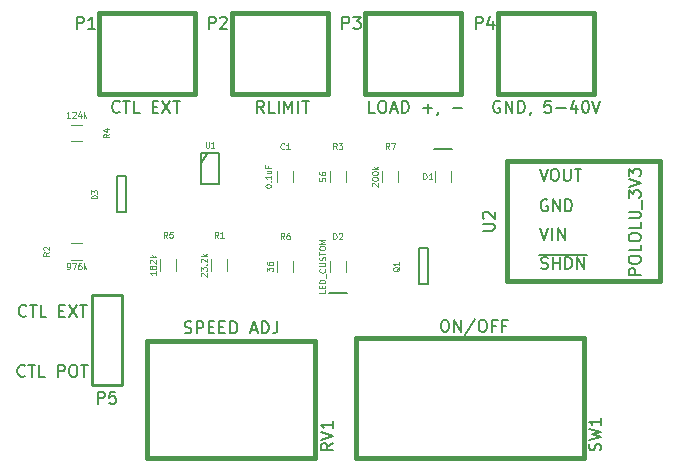
<source format=gto>
G04 #@! TF.FileFunction,Legend,Top*
%FSLAX46Y46*%
G04 Gerber Fmt 4.6, Leading zero omitted, Abs format (unit mm)*
G04 Created by KiCad (PCBNEW 4.0.7-e2-6376~58~ubuntu16.04.1) date Fri Aug 31 10:50:21 2018*
%MOMM*%
%LPD*%
G01*
G04 APERTURE LIST*
%ADD10C,0.150000*%
%ADD11C,0.203200*%
%ADD12C,0.381000*%
%ADD13C,0.127000*%
%ADD14C,0.120000*%
%ADD15C,0.254000*%
%ADD16C,0.114300*%
%ADD17C,0.101600*%
G04 APERTURE END LIST*
D10*
D11*
X34755667Y-33890857D02*
X34707286Y-33939238D01*
X34562143Y-33987619D01*
X34465381Y-33987619D01*
X34320239Y-33939238D01*
X34223477Y-33842476D01*
X34175096Y-33745714D01*
X34126715Y-33552190D01*
X34126715Y-33407048D01*
X34175096Y-33213524D01*
X34223477Y-33116762D01*
X34320239Y-33020000D01*
X34465381Y-32971619D01*
X34562143Y-32971619D01*
X34707286Y-33020000D01*
X34755667Y-33068381D01*
X35045953Y-32971619D02*
X35626524Y-32971619D01*
X35336239Y-33987619D02*
X35336239Y-32971619D01*
X36449000Y-33987619D02*
X35965191Y-33987619D01*
X35965191Y-32971619D01*
X37561762Y-33455429D02*
X37900428Y-33455429D01*
X38045571Y-33987619D02*
X37561762Y-33987619D01*
X37561762Y-32971619D01*
X38045571Y-32971619D01*
X38384238Y-32971619D02*
X39061571Y-33987619D01*
X39061571Y-32971619D02*
X38384238Y-33987619D01*
X39303476Y-32971619D02*
X39884047Y-32971619D01*
X39593762Y-33987619D02*
X39593762Y-32971619D01*
X26857476Y-51162857D02*
X26809095Y-51211238D01*
X26663952Y-51259619D01*
X26567190Y-51259619D01*
X26422048Y-51211238D01*
X26325286Y-51114476D01*
X26276905Y-51017714D01*
X26228524Y-50824190D01*
X26228524Y-50679048D01*
X26276905Y-50485524D01*
X26325286Y-50388762D01*
X26422048Y-50292000D01*
X26567190Y-50243619D01*
X26663952Y-50243619D01*
X26809095Y-50292000D01*
X26857476Y-50340381D01*
X27147762Y-50243619D02*
X27728333Y-50243619D01*
X27438048Y-51259619D02*
X27438048Y-50243619D01*
X28550809Y-51259619D02*
X28067000Y-51259619D01*
X28067000Y-50243619D01*
X29663571Y-50727429D02*
X30002237Y-50727429D01*
X30147380Y-51259619D02*
X29663571Y-51259619D01*
X29663571Y-50243619D01*
X30147380Y-50243619D01*
X30486047Y-50243619D02*
X31163380Y-51259619D01*
X31163380Y-50243619D02*
X30486047Y-51259619D01*
X31405285Y-50243619D02*
X31985856Y-50243619D01*
X31695571Y-51259619D02*
X31695571Y-50243619D01*
X26730476Y-56242857D02*
X26682095Y-56291238D01*
X26536952Y-56339619D01*
X26440190Y-56339619D01*
X26295048Y-56291238D01*
X26198286Y-56194476D01*
X26149905Y-56097714D01*
X26101524Y-55904190D01*
X26101524Y-55759048D01*
X26149905Y-55565524D01*
X26198286Y-55468762D01*
X26295048Y-55372000D01*
X26440190Y-55323619D01*
X26536952Y-55323619D01*
X26682095Y-55372000D01*
X26730476Y-55420381D01*
X27020762Y-55323619D02*
X27601333Y-55323619D01*
X27311048Y-56339619D02*
X27311048Y-55323619D01*
X28423809Y-56339619D02*
X27940000Y-56339619D01*
X27940000Y-55323619D01*
X29536571Y-56339619D02*
X29536571Y-55323619D01*
X29923618Y-55323619D01*
X30020380Y-55372000D01*
X30068761Y-55420381D01*
X30117142Y-55517143D01*
X30117142Y-55662286D01*
X30068761Y-55759048D01*
X30020380Y-55807429D01*
X29923618Y-55855810D01*
X29536571Y-55855810D01*
X30746095Y-55323619D02*
X30939618Y-55323619D01*
X31036380Y-55372000D01*
X31133142Y-55468762D01*
X31181523Y-55662286D01*
X31181523Y-56000952D01*
X31133142Y-56194476D01*
X31036380Y-56291238D01*
X30939618Y-56339619D01*
X30746095Y-56339619D01*
X30649333Y-56291238D01*
X30552571Y-56194476D01*
X30504190Y-56000952D01*
X30504190Y-55662286D01*
X30552571Y-55468762D01*
X30649333Y-55372000D01*
X30746095Y-55323619D01*
X31471809Y-55323619D02*
X32052380Y-55323619D01*
X31762095Y-56339619D02*
X31762095Y-55323619D01*
X46965809Y-33987619D02*
X46627143Y-33503810D01*
X46385238Y-33987619D02*
X46385238Y-32971619D01*
X46772285Y-32971619D01*
X46869047Y-33020000D01*
X46917428Y-33068381D01*
X46965809Y-33165143D01*
X46965809Y-33310286D01*
X46917428Y-33407048D01*
X46869047Y-33455429D01*
X46772285Y-33503810D01*
X46385238Y-33503810D01*
X47885047Y-33987619D02*
X47401238Y-33987619D01*
X47401238Y-32971619D01*
X48223714Y-33987619D02*
X48223714Y-32971619D01*
X48707524Y-33987619D02*
X48707524Y-32971619D01*
X49046190Y-33697333D01*
X49384857Y-32971619D01*
X49384857Y-33987619D01*
X49868667Y-33987619D02*
X49868667Y-32971619D01*
X50207334Y-32971619D02*
X50787905Y-32971619D01*
X50497620Y-33987619D02*
X50497620Y-32971619D01*
X62205810Y-51513619D02*
X62399333Y-51513619D01*
X62496095Y-51562000D01*
X62592857Y-51658762D01*
X62641238Y-51852286D01*
X62641238Y-52190952D01*
X62592857Y-52384476D01*
X62496095Y-52481238D01*
X62399333Y-52529619D01*
X62205810Y-52529619D01*
X62109048Y-52481238D01*
X62012286Y-52384476D01*
X61963905Y-52190952D01*
X61963905Y-51852286D01*
X62012286Y-51658762D01*
X62109048Y-51562000D01*
X62205810Y-51513619D01*
X63076667Y-52529619D02*
X63076667Y-51513619D01*
X63657238Y-52529619D01*
X63657238Y-51513619D01*
X64866762Y-51465238D02*
X63995905Y-52771524D01*
X65398953Y-51513619D02*
X65592476Y-51513619D01*
X65689238Y-51562000D01*
X65786000Y-51658762D01*
X65834381Y-51852286D01*
X65834381Y-52190952D01*
X65786000Y-52384476D01*
X65689238Y-52481238D01*
X65592476Y-52529619D01*
X65398953Y-52529619D01*
X65302191Y-52481238D01*
X65205429Y-52384476D01*
X65157048Y-52190952D01*
X65157048Y-51852286D01*
X65205429Y-51658762D01*
X65302191Y-51562000D01*
X65398953Y-51513619D01*
X66608476Y-51997429D02*
X66269810Y-51997429D01*
X66269810Y-52529619D02*
X66269810Y-51513619D01*
X66753619Y-51513619D01*
X67479333Y-51997429D02*
X67140667Y-51997429D01*
X67140667Y-52529619D02*
X67140667Y-51513619D01*
X67624476Y-51513619D01*
X40252953Y-52608238D02*
X40398096Y-52656619D01*
X40640000Y-52656619D01*
X40736762Y-52608238D01*
X40785143Y-52559857D01*
X40833524Y-52463095D01*
X40833524Y-52366333D01*
X40785143Y-52269571D01*
X40736762Y-52221190D01*
X40640000Y-52172810D01*
X40446477Y-52124429D01*
X40349715Y-52076048D01*
X40301334Y-52027667D01*
X40252953Y-51930905D01*
X40252953Y-51834143D01*
X40301334Y-51737381D01*
X40349715Y-51689000D01*
X40446477Y-51640619D01*
X40688381Y-51640619D01*
X40833524Y-51689000D01*
X41268953Y-52656619D02*
X41268953Y-51640619D01*
X41656000Y-51640619D01*
X41752762Y-51689000D01*
X41801143Y-51737381D01*
X41849524Y-51834143D01*
X41849524Y-51979286D01*
X41801143Y-52076048D01*
X41752762Y-52124429D01*
X41656000Y-52172810D01*
X41268953Y-52172810D01*
X42284953Y-52124429D02*
X42623619Y-52124429D01*
X42768762Y-52656619D02*
X42284953Y-52656619D01*
X42284953Y-51640619D01*
X42768762Y-51640619D01*
X43204191Y-52124429D02*
X43542857Y-52124429D01*
X43688000Y-52656619D02*
X43204191Y-52656619D01*
X43204191Y-51640619D01*
X43688000Y-51640619D01*
X44123429Y-52656619D02*
X44123429Y-51640619D01*
X44365334Y-51640619D01*
X44510476Y-51689000D01*
X44607238Y-51785762D01*
X44655619Y-51882524D01*
X44704000Y-52076048D01*
X44704000Y-52221190D01*
X44655619Y-52414714D01*
X44607238Y-52511476D01*
X44510476Y-52608238D01*
X44365334Y-52656619D01*
X44123429Y-52656619D01*
X45865143Y-52366333D02*
X46348952Y-52366333D01*
X45768381Y-52656619D02*
X46107048Y-51640619D01*
X46445714Y-52656619D01*
X46784381Y-52656619D02*
X46784381Y-51640619D01*
X47026286Y-51640619D01*
X47171428Y-51689000D01*
X47268190Y-51785762D01*
X47316571Y-51882524D01*
X47364952Y-52076048D01*
X47364952Y-52221190D01*
X47316571Y-52414714D01*
X47268190Y-52511476D01*
X47171428Y-52608238D01*
X47026286Y-52656619D01*
X46784381Y-52656619D01*
X48090666Y-51640619D02*
X48090666Y-52366333D01*
X48042286Y-52511476D01*
X47945524Y-52608238D01*
X47800381Y-52656619D01*
X47703619Y-52656619D01*
X56381952Y-33987619D02*
X55898143Y-33987619D01*
X55898143Y-32971619D01*
X56914143Y-32971619D02*
X57107666Y-32971619D01*
X57204428Y-33020000D01*
X57301190Y-33116762D01*
X57349571Y-33310286D01*
X57349571Y-33648952D01*
X57301190Y-33842476D01*
X57204428Y-33939238D01*
X57107666Y-33987619D01*
X56914143Y-33987619D01*
X56817381Y-33939238D01*
X56720619Y-33842476D01*
X56672238Y-33648952D01*
X56672238Y-33310286D01*
X56720619Y-33116762D01*
X56817381Y-33020000D01*
X56914143Y-32971619D01*
X57736619Y-33697333D02*
X58220428Y-33697333D01*
X57639857Y-33987619D02*
X57978524Y-32971619D01*
X58317190Y-33987619D01*
X58655857Y-33987619D02*
X58655857Y-32971619D01*
X58897762Y-32971619D01*
X59042904Y-33020000D01*
X59139666Y-33116762D01*
X59188047Y-33213524D01*
X59236428Y-33407048D01*
X59236428Y-33552190D01*
X59188047Y-33745714D01*
X59139666Y-33842476D01*
X59042904Y-33939238D01*
X58897762Y-33987619D01*
X58655857Y-33987619D01*
X60445952Y-33600571D02*
X61220047Y-33600571D01*
X60832999Y-33987619D02*
X60832999Y-33213524D01*
X61752238Y-33939238D02*
X61752238Y-33987619D01*
X61703857Y-34084381D01*
X61655476Y-34132762D01*
X62961762Y-33600571D02*
X63735857Y-33600571D01*
X66947143Y-33020000D02*
X66850381Y-32971619D01*
X66705238Y-32971619D01*
X66560096Y-33020000D01*
X66463334Y-33116762D01*
X66414953Y-33213524D01*
X66366572Y-33407048D01*
X66366572Y-33552190D01*
X66414953Y-33745714D01*
X66463334Y-33842476D01*
X66560096Y-33939238D01*
X66705238Y-33987619D01*
X66802000Y-33987619D01*
X66947143Y-33939238D01*
X66995524Y-33890857D01*
X66995524Y-33552190D01*
X66802000Y-33552190D01*
X67430953Y-33987619D02*
X67430953Y-32971619D01*
X68011524Y-33987619D01*
X68011524Y-32971619D01*
X68495334Y-33987619D02*
X68495334Y-32971619D01*
X68737239Y-32971619D01*
X68882381Y-33020000D01*
X68979143Y-33116762D01*
X69027524Y-33213524D01*
X69075905Y-33407048D01*
X69075905Y-33552190D01*
X69027524Y-33745714D01*
X68979143Y-33842476D01*
X68882381Y-33939238D01*
X68737239Y-33987619D01*
X68495334Y-33987619D01*
X69559715Y-33939238D02*
X69559715Y-33987619D01*
X69511334Y-34084381D01*
X69462953Y-34132762D01*
X71253048Y-32971619D02*
X70769239Y-32971619D01*
X70720858Y-33455429D01*
X70769239Y-33407048D01*
X70866001Y-33358667D01*
X71107905Y-33358667D01*
X71204667Y-33407048D01*
X71253048Y-33455429D01*
X71301429Y-33552190D01*
X71301429Y-33794095D01*
X71253048Y-33890857D01*
X71204667Y-33939238D01*
X71107905Y-33987619D01*
X70866001Y-33987619D01*
X70769239Y-33939238D01*
X70720858Y-33890857D01*
X71736858Y-33600571D02*
X72510953Y-33600571D01*
X73430191Y-33310286D02*
X73430191Y-33987619D01*
X73188287Y-32923238D02*
X72946382Y-33648952D01*
X73575334Y-33648952D01*
X74155906Y-32971619D02*
X74252667Y-32971619D01*
X74349429Y-33020000D01*
X74397810Y-33068381D01*
X74446191Y-33165143D01*
X74494572Y-33358667D01*
X74494572Y-33600571D01*
X74446191Y-33794095D01*
X74397810Y-33890857D01*
X74349429Y-33939238D01*
X74252667Y-33987619D01*
X74155906Y-33987619D01*
X74059144Y-33939238D01*
X74010763Y-33890857D01*
X73962382Y-33794095D01*
X73914001Y-33600571D01*
X73914001Y-33358667D01*
X73962382Y-33165143D01*
X74010763Y-33068381D01*
X74059144Y-33020000D01*
X74155906Y-32971619D01*
X74784858Y-32971619D02*
X75123525Y-33987619D01*
X75462191Y-32971619D01*
D12*
X37084000Y-53340000D02*
X37084000Y-63246000D01*
X37084000Y-63246000D02*
X51308000Y-63246000D01*
X37846000Y-53340000D02*
X37084000Y-53340000D01*
X51308000Y-53340000D02*
X51308000Y-63246000D01*
X50546000Y-53340000D02*
X51308000Y-53340000D01*
X50546000Y-53340000D02*
X37846000Y-53340000D01*
X49276000Y-63246000D02*
X39116000Y-63246000D01*
D13*
X60071000Y-48514000D02*
X60071000Y-45466000D01*
X60071000Y-45466000D02*
X60833000Y-45466000D01*
X60833000Y-45466000D02*
X60833000Y-48514000D01*
X60833000Y-48514000D02*
X60071000Y-48514000D01*
D12*
X54737000Y-53086000D02*
X74041000Y-53086000D01*
X74041000Y-53086000D02*
X74041000Y-63246000D01*
X74041000Y-63246000D02*
X54737000Y-63246000D01*
X54737000Y-63246000D02*
X54737000Y-53086000D01*
D13*
X41656000Y-38227000D02*
X42164000Y-37465000D01*
X41656000Y-40005000D02*
X41656000Y-37401500D01*
X41656000Y-37401500D02*
X43180000Y-37401500D01*
X43180000Y-37401500D02*
X43180000Y-40005000D01*
X43180000Y-40005000D02*
X41656000Y-40005000D01*
D12*
X67564000Y-48260000D02*
X80518000Y-48260000D01*
X67564000Y-38049200D02*
X80518000Y-38100000D01*
X67564000Y-48260000D02*
X67564000Y-38100000D01*
X80518000Y-48260000D02*
X80518000Y-38100000D01*
D14*
X30615000Y-35007000D02*
X31615000Y-35007000D01*
X31615000Y-36367000D02*
X30615000Y-36367000D01*
X31615000Y-46400000D02*
X30615000Y-46400000D01*
X30615000Y-45040000D02*
X31615000Y-45040000D01*
X39542000Y-46363000D02*
X39542000Y-47363000D01*
X38182000Y-47363000D02*
X38182000Y-46363000D01*
X42500000Y-47363000D02*
X42500000Y-46363000D01*
X43860000Y-46363000D02*
X43860000Y-47363000D01*
X48088000Y-39870000D02*
X48088000Y-38870000D01*
X49448000Y-38870000D02*
X49448000Y-39870000D01*
X49448000Y-46490000D02*
X49448000Y-47490000D01*
X48088000Y-47490000D02*
X48088000Y-46490000D01*
X53893000Y-38870000D02*
X53893000Y-39870000D01*
X52533000Y-39870000D02*
X52533000Y-38870000D01*
X56978000Y-39870000D02*
X56978000Y-38870000D01*
X58338000Y-38870000D02*
X58338000Y-39870000D01*
D11*
X53975000Y-49276000D02*
X52451000Y-49276000D01*
D14*
X52533000Y-47490000D02*
X52533000Y-46490000D01*
X53893000Y-46490000D02*
X53893000Y-47490000D01*
D11*
X61341000Y-37084000D02*
X62865000Y-37084000D01*
D14*
X62783000Y-38870000D02*
X62783000Y-39870000D01*
X61423000Y-39870000D02*
X61423000Y-38870000D01*
D13*
X34544000Y-42418000D02*
X34544000Y-39370000D01*
X34544000Y-39370000D02*
X35306000Y-39370000D01*
X35306000Y-39370000D02*
X35306000Y-42418000D01*
X35306000Y-42418000D02*
X34544000Y-42418000D01*
D15*
X32385000Y-49403000D02*
X32385000Y-57023000D01*
X32385000Y-57023000D02*
X34925000Y-57023000D01*
X34925000Y-57023000D02*
X34925000Y-49403000D01*
X34925000Y-49403000D02*
X32385000Y-49403000D01*
D12*
X33020000Y-25527000D02*
X33020000Y-32385000D01*
X33020000Y-32385000D02*
X41148000Y-32385000D01*
X41148000Y-32385000D02*
X41148000Y-25527000D01*
X41148000Y-25527000D02*
X33020000Y-25527000D01*
X44280700Y-25527000D02*
X44280700Y-32385000D01*
X44280700Y-32385000D02*
X52408700Y-32385000D01*
X52408700Y-32385000D02*
X52408700Y-25527000D01*
X52408700Y-25527000D02*
X44280700Y-25527000D01*
X55541300Y-25527000D02*
X55541300Y-32385000D01*
X55541300Y-32385000D02*
X63669300Y-32385000D01*
X63669300Y-32385000D02*
X63669300Y-25527000D01*
X63669300Y-25527000D02*
X55541300Y-25527000D01*
X66802000Y-25527000D02*
X66802000Y-32385000D01*
X66802000Y-32385000D02*
X74930000Y-32385000D01*
X74930000Y-32385000D02*
X74930000Y-25527000D01*
X74930000Y-25527000D02*
X66802000Y-25527000D01*
D11*
X52783619Y-61945762D02*
X52299810Y-62284428D01*
X52783619Y-62526333D02*
X51767619Y-62526333D01*
X51767619Y-62139286D01*
X51816000Y-62042524D01*
X51864381Y-61994143D01*
X51961143Y-61945762D01*
X52106286Y-61945762D01*
X52203048Y-61994143D01*
X52251429Y-62042524D01*
X52299810Y-62139286D01*
X52299810Y-62526333D01*
X51767619Y-61655476D02*
X52783619Y-61316809D01*
X51767619Y-60978143D01*
X52783619Y-60107286D02*
X52783619Y-60687857D01*
X52783619Y-60397571D02*
X51767619Y-60397571D01*
X51912762Y-60494333D01*
X52009524Y-60591095D01*
X52057905Y-60687857D01*
D16*
X58444190Y-47033543D02*
X58420000Y-47077086D01*
X58371619Y-47120629D01*
X58299048Y-47185943D01*
X58274857Y-47229486D01*
X58274857Y-47273029D01*
X58395810Y-47251257D02*
X58371619Y-47294800D01*
X58323238Y-47338343D01*
X58226476Y-47360114D01*
X58057143Y-47360114D01*
X57960381Y-47338343D01*
X57912000Y-47294800D01*
X57887810Y-47251257D01*
X57887810Y-47164171D01*
X57912000Y-47120629D01*
X57960381Y-47077086D01*
X58057143Y-47055314D01*
X58226476Y-47055314D01*
X58323238Y-47077086D01*
X58371619Y-47120629D01*
X58395810Y-47164171D01*
X58395810Y-47251257D01*
X58395810Y-46619886D02*
X58395810Y-46881143D01*
X58395810Y-46750515D02*
X57887810Y-46750515D01*
X57960381Y-46794058D01*
X58008762Y-46837600D01*
X58032952Y-46881143D01*
D11*
X75468238Y-62568666D02*
X75516619Y-62423523D01*
X75516619Y-62181619D01*
X75468238Y-62084857D01*
X75419857Y-62036476D01*
X75323095Y-61988095D01*
X75226333Y-61988095D01*
X75129571Y-62036476D01*
X75081190Y-62084857D01*
X75032810Y-62181619D01*
X74984429Y-62375142D01*
X74936048Y-62471904D01*
X74887667Y-62520285D01*
X74790905Y-62568666D01*
X74694143Y-62568666D01*
X74597381Y-62520285D01*
X74549000Y-62471904D01*
X74500619Y-62375142D01*
X74500619Y-62133238D01*
X74549000Y-61988095D01*
X74500619Y-61649428D02*
X75516619Y-61407523D01*
X74790905Y-61214000D01*
X75516619Y-61020476D01*
X74500619Y-60778571D01*
X75516619Y-59859333D02*
X75516619Y-60439904D01*
X75516619Y-60149618D02*
X74500619Y-60149618D01*
X74645762Y-60246380D01*
X74742524Y-60343142D01*
X74790905Y-60439904D01*
D16*
X42069657Y-36424810D02*
X42069657Y-36836048D01*
X42091429Y-36884429D01*
X42113200Y-36908619D01*
X42156743Y-36932810D01*
X42243829Y-36932810D01*
X42287371Y-36908619D01*
X42309143Y-36884429D01*
X42330914Y-36836048D01*
X42330914Y-36424810D01*
X42788114Y-36932810D02*
X42526857Y-36932810D01*
X42657485Y-36932810D02*
X42657485Y-36424810D01*
X42613942Y-36497381D01*
X42570400Y-36545762D01*
X42526857Y-36569952D01*
D11*
X65483619Y-43954095D02*
X66306095Y-43954095D01*
X66402857Y-43905714D01*
X66451238Y-43857333D01*
X66499619Y-43760571D01*
X66499619Y-43567048D01*
X66451238Y-43470286D01*
X66402857Y-43421905D01*
X66306095Y-43373524D01*
X65483619Y-43373524D01*
X65580381Y-42938095D02*
X65532000Y-42889714D01*
X65483619Y-42792952D01*
X65483619Y-42551048D01*
X65532000Y-42454286D01*
X65580381Y-42405905D01*
X65677143Y-42357524D01*
X65773905Y-42357524D01*
X65919048Y-42405905D01*
X66499619Y-42986476D01*
X66499619Y-42357524D01*
X78869419Y-47706037D02*
X77853419Y-47706037D01*
X77853419Y-47318990D01*
X77901800Y-47222228D01*
X77950181Y-47173847D01*
X78046943Y-47125466D01*
X78192086Y-47125466D01*
X78288848Y-47173847D01*
X78337229Y-47222228D01*
X78385610Y-47318990D01*
X78385610Y-47706037D01*
X77853419Y-46496513D02*
X77853419Y-46302990D01*
X77901800Y-46206228D01*
X77998562Y-46109466D01*
X78192086Y-46061085D01*
X78530752Y-46061085D01*
X78724276Y-46109466D01*
X78821038Y-46206228D01*
X78869419Y-46302990D01*
X78869419Y-46496513D01*
X78821038Y-46593275D01*
X78724276Y-46690037D01*
X78530752Y-46738418D01*
X78192086Y-46738418D01*
X77998562Y-46690037D01*
X77901800Y-46593275D01*
X77853419Y-46496513D01*
X78869419Y-45141847D02*
X78869419Y-45625656D01*
X77853419Y-45625656D01*
X77853419Y-44609656D02*
X77853419Y-44416133D01*
X77901800Y-44319371D01*
X77998562Y-44222609D01*
X78192086Y-44174228D01*
X78530752Y-44174228D01*
X78724276Y-44222609D01*
X78821038Y-44319371D01*
X78869419Y-44416133D01*
X78869419Y-44609656D01*
X78821038Y-44706418D01*
X78724276Y-44803180D01*
X78530752Y-44851561D01*
X78192086Y-44851561D01*
X77998562Y-44803180D01*
X77901800Y-44706418D01*
X77853419Y-44609656D01*
X78869419Y-43254990D02*
X78869419Y-43738799D01*
X77853419Y-43738799D01*
X77853419Y-42916323D02*
X78675895Y-42916323D01*
X78772657Y-42867942D01*
X78821038Y-42819561D01*
X78869419Y-42722799D01*
X78869419Y-42529276D01*
X78821038Y-42432514D01*
X78772657Y-42384133D01*
X78675895Y-42335752D01*
X77853419Y-42335752D01*
X78966181Y-42093847D02*
X78966181Y-41319752D01*
X77853419Y-41174609D02*
X77853419Y-40545657D01*
X78240467Y-40884323D01*
X78240467Y-40739181D01*
X78288848Y-40642419D01*
X78337229Y-40594038D01*
X78433990Y-40545657D01*
X78675895Y-40545657D01*
X78772657Y-40594038D01*
X78821038Y-40642419D01*
X78869419Y-40739181D01*
X78869419Y-41029466D01*
X78821038Y-41126228D01*
X78772657Y-41174609D01*
X77853419Y-40255371D02*
X78869419Y-39916704D01*
X77853419Y-39578038D01*
X77853419Y-39336133D02*
X77853419Y-38707181D01*
X78240467Y-39045847D01*
X78240467Y-38900705D01*
X78288848Y-38803943D01*
X78337229Y-38755562D01*
X78433990Y-38707181D01*
X78675895Y-38707181D01*
X78772657Y-38755562D01*
X78821038Y-38803943D01*
X78869419Y-38900705D01*
X78869419Y-39190990D01*
X78821038Y-39287752D01*
X78772657Y-39336133D01*
D10*
X70323295Y-38720781D02*
X70656628Y-39720781D01*
X70989962Y-38720781D01*
X71513771Y-38720781D02*
X71704248Y-38720781D01*
X71799486Y-38768400D01*
X71894724Y-38863638D01*
X71942343Y-39054114D01*
X71942343Y-39387448D01*
X71894724Y-39577924D01*
X71799486Y-39673162D01*
X71704248Y-39720781D01*
X71513771Y-39720781D01*
X71418533Y-39673162D01*
X71323295Y-39577924D01*
X71275676Y-39387448D01*
X71275676Y-39054114D01*
X71323295Y-38863638D01*
X71418533Y-38768400D01*
X71513771Y-38720781D01*
X72370914Y-38720781D02*
X72370914Y-39530305D01*
X72418533Y-39625543D01*
X72466152Y-39673162D01*
X72561390Y-39720781D01*
X72751867Y-39720781D01*
X72847105Y-39673162D01*
X72894724Y-39625543D01*
X72942343Y-39530305D01*
X72942343Y-38720781D01*
X73275676Y-38720781D02*
X73847105Y-38720781D01*
X73561390Y-39720781D02*
X73561390Y-38720781D01*
X70967696Y-41359200D02*
X70872458Y-41311581D01*
X70729601Y-41311581D01*
X70586743Y-41359200D01*
X70491505Y-41454438D01*
X70443886Y-41549676D01*
X70396267Y-41740152D01*
X70396267Y-41883010D01*
X70443886Y-42073486D01*
X70491505Y-42168724D01*
X70586743Y-42263962D01*
X70729601Y-42311581D01*
X70824839Y-42311581D01*
X70967696Y-42263962D01*
X71015315Y-42216343D01*
X71015315Y-41883010D01*
X70824839Y-41883010D01*
X71443886Y-42311581D02*
X71443886Y-41311581D01*
X72015315Y-42311581D01*
X72015315Y-41311581D01*
X72491505Y-42311581D02*
X72491505Y-41311581D01*
X72729600Y-41311581D01*
X72872458Y-41359200D01*
X72967696Y-41454438D01*
X73015315Y-41549676D01*
X73062934Y-41740152D01*
X73062934Y-41883010D01*
X73015315Y-42073486D01*
X72967696Y-42168724D01*
X72872458Y-42263962D01*
X72729600Y-42311581D01*
X72491505Y-42311581D01*
X70380362Y-43749981D02*
X70713695Y-44749981D01*
X71047029Y-43749981D01*
X71380362Y-44749981D02*
X71380362Y-43749981D01*
X71856552Y-44749981D02*
X71856552Y-43749981D01*
X72427981Y-44749981D01*
X72427981Y-43749981D01*
X70455067Y-47140762D02*
X70597924Y-47188381D01*
X70836020Y-47188381D01*
X70931258Y-47140762D01*
X70978877Y-47093143D01*
X71026496Y-46997905D01*
X71026496Y-46902667D01*
X70978877Y-46807429D01*
X70931258Y-46759810D01*
X70836020Y-46712190D01*
X70645543Y-46664571D01*
X70550305Y-46616952D01*
X70502686Y-46569333D01*
X70455067Y-46474095D01*
X70455067Y-46378857D01*
X70502686Y-46283619D01*
X70550305Y-46236000D01*
X70645543Y-46188381D01*
X70883639Y-46188381D01*
X71026496Y-46236000D01*
X71455067Y-47188381D02*
X71455067Y-46188381D01*
X71455067Y-46664571D02*
X72026496Y-46664571D01*
X72026496Y-47188381D02*
X72026496Y-46188381D01*
X72502686Y-47188381D02*
X72502686Y-46188381D01*
X72740781Y-46188381D01*
X72883639Y-46236000D01*
X72978877Y-46331238D01*
X73026496Y-46426476D01*
X73074115Y-46616952D01*
X73074115Y-46759810D01*
X73026496Y-46950286D01*
X72978877Y-47045524D01*
X72883639Y-47140762D01*
X72740781Y-47188381D01*
X72502686Y-47188381D01*
X73502686Y-47188381D02*
X73502686Y-46188381D01*
X74074115Y-47188381D01*
X74074115Y-46188381D01*
X70264591Y-46016000D02*
X74312210Y-46016000D01*
D17*
X33884810Y-35771667D02*
X33642905Y-35941000D01*
X33884810Y-36061953D02*
X33376810Y-36061953D01*
X33376810Y-35868429D01*
X33401000Y-35820048D01*
X33425190Y-35795857D01*
X33473571Y-35771667D01*
X33546143Y-35771667D01*
X33594524Y-35795857D01*
X33618714Y-35820048D01*
X33642905Y-35868429D01*
X33642905Y-36061953D01*
X33546143Y-35336238D02*
X33884810Y-35336238D01*
X33352619Y-35457191D02*
X33715476Y-35578143D01*
X33715476Y-35263667D01*
X30570714Y-34392810D02*
X30280428Y-34392810D01*
X30425571Y-34392810D02*
X30425571Y-33884810D01*
X30377190Y-33957381D01*
X30328809Y-34005762D01*
X30280428Y-34029952D01*
X30764238Y-33933190D02*
X30788428Y-33909000D01*
X30836809Y-33884810D01*
X30957762Y-33884810D01*
X31006143Y-33909000D01*
X31030333Y-33933190D01*
X31054524Y-33981571D01*
X31054524Y-34029952D01*
X31030333Y-34102524D01*
X30740047Y-34392810D01*
X31054524Y-34392810D01*
X31489953Y-34054143D02*
X31489953Y-34392810D01*
X31369000Y-33860619D02*
X31248048Y-34223476D01*
X31562524Y-34223476D01*
X31756048Y-34392810D02*
X31756048Y-33884810D01*
X31804429Y-34199286D02*
X31949572Y-34392810D01*
X31949572Y-34054143D02*
X31756048Y-34247667D01*
X28804810Y-45804667D02*
X28562905Y-45974000D01*
X28804810Y-46094953D02*
X28296810Y-46094953D01*
X28296810Y-45901429D01*
X28321000Y-45853048D01*
X28345190Y-45828857D01*
X28393571Y-45804667D01*
X28466143Y-45804667D01*
X28514524Y-45828857D01*
X28538714Y-45853048D01*
X28562905Y-45901429D01*
X28562905Y-46094953D01*
X28345190Y-45611143D02*
X28321000Y-45586953D01*
X28296810Y-45538572D01*
X28296810Y-45417619D01*
X28321000Y-45369238D01*
X28345190Y-45345048D01*
X28393571Y-45320857D01*
X28441952Y-45320857D01*
X28514524Y-45345048D01*
X28804810Y-45635334D01*
X28804810Y-45320857D01*
X30328809Y-47219810D02*
X30425571Y-47219810D01*
X30473952Y-47195619D01*
X30498142Y-47171429D01*
X30546523Y-47098857D01*
X30570714Y-47002095D01*
X30570714Y-46808571D01*
X30546523Y-46760190D01*
X30522333Y-46736000D01*
X30473952Y-46711810D01*
X30377190Y-46711810D01*
X30328809Y-46736000D01*
X30304618Y-46760190D01*
X30280428Y-46808571D01*
X30280428Y-46929524D01*
X30304618Y-46977905D01*
X30328809Y-47002095D01*
X30377190Y-47026286D01*
X30473952Y-47026286D01*
X30522333Y-47002095D01*
X30546523Y-46977905D01*
X30570714Y-46929524D01*
X30740047Y-46711810D02*
X31078714Y-46711810D01*
X30861000Y-47219810D01*
X31489953Y-46711810D02*
X31393191Y-46711810D01*
X31344810Y-46736000D01*
X31320619Y-46760190D01*
X31272238Y-46832762D01*
X31248048Y-46929524D01*
X31248048Y-47123048D01*
X31272238Y-47171429D01*
X31296429Y-47195619D01*
X31344810Y-47219810D01*
X31441572Y-47219810D01*
X31489953Y-47195619D01*
X31514143Y-47171429D01*
X31538334Y-47123048D01*
X31538334Y-47002095D01*
X31514143Y-46953714D01*
X31489953Y-46929524D01*
X31441572Y-46905333D01*
X31344810Y-46905333D01*
X31296429Y-46929524D01*
X31272238Y-46953714D01*
X31248048Y-47002095D01*
X31756048Y-47219810D02*
X31756048Y-46711810D01*
X31804429Y-47026286D02*
X31949572Y-47219810D01*
X31949572Y-46881143D02*
X31756048Y-47074667D01*
X38777333Y-44552810D02*
X38608000Y-44310905D01*
X38487047Y-44552810D02*
X38487047Y-44044810D01*
X38680571Y-44044810D01*
X38728952Y-44069000D01*
X38753143Y-44093190D01*
X38777333Y-44141571D01*
X38777333Y-44214143D01*
X38753143Y-44262524D01*
X38728952Y-44286714D01*
X38680571Y-44310905D01*
X38487047Y-44310905D01*
X39236952Y-44044810D02*
X38995047Y-44044810D01*
X38970857Y-44286714D01*
X38995047Y-44262524D01*
X39043428Y-44238333D01*
X39164381Y-44238333D01*
X39212762Y-44262524D01*
X39236952Y-44286714D01*
X39261143Y-44335095D01*
X39261143Y-44456048D01*
X39236952Y-44504429D01*
X39212762Y-44528619D01*
X39164381Y-44552810D01*
X39043428Y-44552810D01*
X38995047Y-44528619D01*
X38970857Y-44504429D01*
X37821810Y-47407286D02*
X37821810Y-47697572D01*
X37821810Y-47552429D02*
X37313810Y-47552429D01*
X37386381Y-47600810D01*
X37434762Y-47649191D01*
X37458952Y-47697572D01*
X37531524Y-47117000D02*
X37507333Y-47165381D01*
X37483143Y-47189572D01*
X37434762Y-47213762D01*
X37410571Y-47213762D01*
X37362190Y-47189572D01*
X37338000Y-47165381D01*
X37313810Y-47117000D01*
X37313810Y-47020238D01*
X37338000Y-46971857D01*
X37362190Y-46947667D01*
X37410571Y-46923476D01*
X37434762Y-46923476D01*
X37483143Y-46947667D01*
X37507333Y-46971857D01*
X37531524Y-47020238D01*
X37531524Y-47117000D01*
X37555714Y-47165381D01*
X37579905Y-47189572D01*
X37628286Y-47213762D01*
X37725048Y-47213762D01*
X37773429Y-47189572D01*
X37797619Y-47165381D01*
X37821810Y-47117000D01*
X37821810Y-47020238D01*
X37797619Y-46971857D01*
X37773429Y-46947667D01*
X37725048Y-46923476D01*
X37628286Y-46923476D01*
X37579905Y-46947667D01*
X37555714Y-46971857D01*
X37531524Y-47020238D01*
X37362190Y-46729952D02*
X37338000Y-46705762D01*
X37313810Y-46657381D01*
X37313810Y-46536428D01*
X37338000Y-46488047D01*
X37362190Y-46463857D01*
X37410571Y-46439666D01*
X37458952Y-46439666D01*
X37531524Y-46463857D01*
X37821810Y-46754143D01*
X37821810Y-46439666D01*
X37821810Y-46221952D02*
X37313810Y-46221952D01*
X37628286Y-46173571D02*
X37821810Y-46028428D01*
X37483143Y-46028428D02*
X37676667Y-46221952D01*
X43095333Y-44552810D02*
X42926000Y-44310905D01*
X42805047Y-44552810D02*
X42805047Y-44044810D01*
X42998571Y-44044810D01*
X43046952Y-44069000D01*
X43071143Y-44093190D01*
X43095333Y-44141571D01*
X43095333Y-44214143D01*
X43071143Y-44262524D01*
X43046952Y-44286714D01*
X42998571Y-44310905D01*
X42805047Y-44310905D01*
X43579143Y-44552810D02*
X43288857Y-44552810D01*
X43434000Y-44552810D02*
X43434000Y-44044810D01*
X43385619Y-44117381D01*
X43337238Y-44165762D01*
X43288857Y-44189952D01*
X41680190Y-47818524D02*
X41656000Y-47794334D01*
X41631810Y-47745953D01*
X41631810Y-47625000D01*
X41656000Y-47576619D01*
X41680190Y-47552429D01*
X41728571Y-47528238D01*
X41776952Y-47528238D01*
X41849524Y-47552429D01*
X42139810Y-47842715D01*
X42139810Y-47528238D01*
X41631810Y-47358905D02*
X41631810Y-47044428D01*
X41825333Y-47213762D01*
X41825333Y-47141190D01*
X41849524Y-47092809D01*
X41873714Y-47068619D01*
X41922095Y-47044428D01*
X42043048Y-47044428D01*
X42091429Y-47068619D01*
X42115619Y-47092809D01*
X42139810Y-47141190D01*
X42139810Y-47286333D01*
X42115619Y-47334714D01*
X42091429Y-47358905D01*
X42091429Y-46826714D02*
X42115619Y-46802523D01*
X42139810Y-46826714D01*
X42115619Y-46850904D01*
X42091429Y-46826714D01*
X42139810Y-46826714D01*
X41680190Y-46608999D02*
X41656000Y-46584809D01*
X41631810Y-46536428D01*
X41631810Y-46415475D01*
X41656000Y-46367094D01*
X41680190Y-46342904D01*
X41728571Y-46318713D01*
X41776952Y-46318713D01*
X41849524Y-46342904D01*
X42139810Y-46633190D01*
X42139810Y-46318713D01*
X42139810Y-46100999D02*
X41631810Y-46100999D01*
X41946286Y-46052618D02*
X42139810Y-45907475D01*
X41801143Y-45907475D02*
X41994667Y-46100999D01*
X48683333Y-37011429D02*
X48659143Y-37035619D01*
X48586571Y-37059810D01*
X48538190Y-37059810D01*
X48465619Y-37035619D01*
X48417238Y-36987238D01*
X48393047Y-36938857D01*
X48368857Y-36842095D01*
X48368857Y-36769524D01*
X48393047Y-36672762D01*
X48417238Y-36624381D01*
X48465619Y-36576000D01*
X48538190Y-36551810D01*
X48586571Y-36551810D01*
X48659143Y-36576000D01*
X48683333Y-36600190D01*
X49167143Y-37059810D02*
X48876857Y-37059810D01*
X49022000Y-37059810D02*
X49022000Y-36551810D01*
X48973619Y-36624381D01*
X48925238Y-36672762D01*
X48876857Y-36696952D01*
X47092810Y-40204572D02*
X47092810Y-40156191D01*
X47117000Y-40107810D01*
X47141190Y-40083619D01*
X47189571Y-40059429D01*
X47286333Y-40035238D01*
X47407286Y-40035238D01*
X47504048Y-40059429D01*
X47552429Y-40083619D01*
X47576619Y-40107810D01*
X47600810Y-40156191D01*
X47600810Y-40204572D01*
X47576619Y-40252953D01*
X47552429Y-40277143D01*
X47504048Y-40301334D01*
X47407286Y-40325524D01*
X47286333Y-40325524D01*
X47189571Y-40301334D01*
X47141190Y-40277143D01*
X47117000Y-40252953D01*
X47092810Y-40204572D01*
X47552429Y-39817524D02*
X47576619Y-39793333D01*
X47600810Y-39817524D01*
X47576619Y-39841714D01*
X47552429Y-39817524D01*
X47600810Y-39817524D01*
X47600810Y-39309523D02*
X47600810Y-39599809D01*
X47600810Y-39454666D02*
X47092810Y-39454666D01*
X47165381Y-39503047D01*
X47213762Y-39551428D01*
X47237952Y-39599809D01*
X47262143Y-38874094D02*
X47600810Y-38874094D01*
X47262143Y-39091809D02*
X47528238Y-39091809D01*
X47576619Y-39067618D01*
X47600810Y-39019237D01*
X47600810Y-38946666D01*
X47576619Y-38898285D01*
X47552429Y-38874094D01*
X47334714Y-38462856D02*
X47334714Y-38632190D01*
X47600810Y-38632190D02*
X47092810Y-38632190D01*
X47092810Y-38390285D01*
X48683333Y-44679810D02*
X48514000Y-44437905D01*
X48393047Y-44679810D02*
X48393047Y-44171810D01*
X48586571Y-44171810D01*
X48634952Y-44196000D01*
X48659143Y-44220190D01*
X48683333Y-44268571D01*
X48683333Y-44341143D01*
X48659143Y-44389524D01*
X48634952Y-44413714D01*
X48586571Y-44437905D01*
X48393047Y-44437905D01*
X49118762Y-44171810D02*
X49022000Y-44171810D01*
X48973619Y-44196000D01*
X48949428Y-44220190D01*
X48901047Y-44292762D01*
X48876857Y-44389524D01*
X48876857Y-44583048D01*
X48901047Y-44631429D01*
X48925238Y-44655619D01*
X48973619Y-44679810D01*
X49070381Y-44679810D01*
X49118762Y-44655619D01*
X49142952Y-44631429D01*
X49167143Y-44583048D01*
X49167143Y-44462095D01*
X49142952Y-44413714D01*
X49118762Y-44389524D01*
X49070381Y-44365333D01*
X48973619Y-44365333D01*
X48925238Y-44389524D01*
X48901047Y-44413714D01*
X48876857Y-44462095D01*
X47219810Y-47401239D02*
X47219810Y-47086762D01*
X47413333Y-47256096D01*
X47413333Y-47183524D01*
X47437524Y-47135143D01*
X47461714Y-47110953D01*
X47510095Y-47086762D01*
X47631048Y-47086762D01*
X47679429Y-47110953D01*
X47703619Y-47135143D01*
X47727810Y-47183524D01*
X47727810Y-47328667D01*
X47703619Y-47377048D01*
X47679429Y-47401239D01*
X47219810Y-46651333D02*
X47219810Y-46748095D01*
X47244000Y-46796476D01*
X47268190Y-46820667D01*
X47340762Y-46869048D01*
X47437524Y-46893238D01*
X47631048Y-46893238D01*
X47679429Y-46869048D01*
X47703619Y-46844857D01*
X47727810Y-46796476D01*
X47727810Y-46699714D01*
X47703619Y-46651333D01*
X47679429Y-46627143D01*
X47631048Y-46602952D01*
X47510095Y-46602952D01*
X47461714Y-46627143D01*
X47437524Y-46651333D01*
X47413333Y-46699714D01*
X47413333Y-46796476D01*
X47437524Y-46844857D01*
X47461714Y-46869048D01*
X47510095Y-46893238D01*
X53128333Y-37059810D02*
X52959000Y-36817905D01*
X52838047Y-37059810D02*
X52838047Y-36551810D01*
X53031571Y-36551810D01*
X53079952Y-36576000D01*
X53104143Y-36600190D01*
X53128333Y-36648571D01*
X53128333Y-36721143D01*
X53104143Y-36769524D01*
X53079952Y-36793714D01*
X53031571Y-36817905D01*
X52838047Y-36817905D01*
X53297666Y-36551810D02*
X53612143Y-36551810D01*
X53442809Y-36745333D01*
X53515381Y-36745333D01*
X53563762Y-36769524D01*
X53587952Y-36793714D01*
X53612143Y-36842095D01*
X53612143Y-36963048D01*
X53587952Y-37011429D01*
X53563762Y-37035619D01*
X53515381Y-37059810D01*
X53370238Y-37059810D01*
X53321857Y-37035619D01*
X53297666Y-37011429D01*
X51664810Y-39490953D02*
X51664810Y-39732858D01*
X51906714Y-39757048D01*
X51882524Y-39732858D01*
X51858333Y-39684477D01*
X51858333Y-39563524D01*
X51882524Y-39515143D01*
X51906714Y-39490953D01*
X51955095Y-39466762D01*
X52076048Y-39466762D01*
X52124429Y-39490953D01*
X52148619Y-39515143D01*
X52172810Y-39563524D01*
X52172810Y-39684477D01*
X52148619Y-39732858D01*
X52124429Y-39757048D01*
X51664810Y-39031333D02*
X51664810Y-39128095D01*
X51689000Y-39176476D01*
X51713190Y-39200667D01*
X51785762Y-39249048D01*
X51882524Y-39273238D01*
X52076048Y-39273238D01*
X52124429Y-39249048D01*
X52148619Y-39224857D01*
X52172810Y-39176476D01*
X52172810Y-39079714D01*
X52148619Y-39031333D01*
X52124429Y-39007143D01*
X52076048Y-38982952D01*
X51955095Y-38982952D01*
X51906714Y-39007143D01*
X51882524Y-39031333D01*
X51858333Y-39079714D01*
X51858333Y-39176476D01*
X51882524Y-39224857D01*
X51906714Y-39249048D01*
X51955095Y-39273238D01*
X57573333Y-37059810D02*
X57404000Y-36817905D01*
X57283047Y-37059810D02*
X57283047Y-36551810D01*
X57476571Y-36551810D01*
X57524952Y-36576000D01*
X57549143Y-36600190D01*
X57573333Y-36648571D01*
X57573333Y-36721143D01*
X57549143Y-36769524D01*
X57524952Y-36793714D01*
X57476571Y-36817905D01*
X57283047Y-36817905D01*
X57742666Y-36551810D02*
X58081333Y-36551810D01*
X57863619Y-37059810D01*
X56158190Y-40204572D02*
X56134000Y-40180382D01*
X56109810Y-40132001D01*
X56109810Y-40011048D01*
X56134000Y-39962667D01*
X56158190Y-39938477D01*
X56206571Y-39914286D01*
X56254952Y-39914286D01*
X56327524Y-39938477D01*
X56617810Y-40228763D01*
X56617810Y-39914286D01*
X56109810Y-39599810D02*
X56109810Y-39551429D01*
X56134000Y-39503048D01*
X56158190Y-39478857D01*
X56206571Y-39454667D01*
X56303333Y-39430476D01*
X56424286Y-39430476D01*
X56521048Y-39454667D01*
X56569429Y-39478857D01*
X56593619Y-39503048D01*
X56617810Y-39551429D01*
X56617810Y-39599810D01*
X56593619Y-39648191D01*
X56569429Y-39672381D01*
X56521048Y-39696572D01*
X56424286Y-39720762D01*
X56303333Y-39720762D01*
X56206571Y-39696572D01*
X56158190Y-39672381D01*
X56134000Y-39648191D01*
X56109810Y-39599810D01*
X56109810Y-39116000D02*
X56109810Y-39067619D01*
X56134000Y-39019238D01*
X56158190Y-38995047D01*
X56206571Y-38970857D01*
X56303333Y-38946666D01*
X56424286Y-38946666D01*
X56521048Y-38970857D01*
X56569429Y-38995047D01*
X56593619Y-39019238D01*
X56617810Y-39067619D01*
X56617810Y-39116000D01*
X56593619Y-39164381D01*
X56569429Y-39188571D01*
X56521048Y-39212762D01*
X56424286Y-39236952D01*
X56303333Y-39236952D01*
X56206571Y-39212762D01*
X56158190Y-39188571D01*
X56134000Y-39164381D01*
X56109810Y-39116000D01*
X56617810Y-38728952D02*
X56109810Y-38728952D01*
X56424286Y-38680571D02*
X56617810Y-38535428D01*
X56279143Y-38535428D02*
X56472667Y-38728952D01*
X52838047Y-44679810D02*
X52838047Y-44171810D01*
X52959000Y-44171810D01*
X53031571Y-44196000D01*
X53079952Y-44244381D01*
X53104143Y-44292762D01*
X53128333Y-44389524D01*
X53128333Y-44462095D01*
X53104143Y-44558857D01*
X53079952Y-44607238D01*
X53031571Y-44655619D01*
X52959000Y-44679810D01*
X52838047Y-44679810D01*
X53321857Y-44220190D02*
X53346047Y-44196000D01*
X53394428Y-44171810D01*
X53515381Y-44171810D01*
X53563762Y-44196000D01*
X53587952Y-44220190D01*
X53612143Y-44268571D01*
X53612143Y-44316952D01*
X53587952Y-44389524D01*
X53297666Y-44679810D01*
X53612143Y-44679810D01*
X52172810Y-49022000D02*
X52172810Y-49263905D01*
X51664810Y-49263905D01*
X51906714Y-48852667D02*
X51906714Y-48683333D01*
X52172810Y-48610762D02*
X52172810Y-48852667D01*
X51664810Y-48852667D01*
X51664810Y-48610762D01*
X52172810Y-48393048D02*
X51664810Y-48393048D01*
X51664810Y-48272095D01*
X51689000Y-48199524D01*
X51737381Y-48151143D01*
X51785762Y-48126952D01*
X51882524Y-48102762D01*
X51955095Y-48102762D01*
X52051857Y-48126952D01*
X52100238Y-48151143D01*
X52148619Y-48199524D01*
X52172810Y-48272095D01*
X52172810Y-48393048D01*
X52221190Y-48006000D02*
X52221190Y-47618952D01*
X52124429Y-47207714D02*
X52148619Y-47231904D01*
X52172810Y-47304476D01*
X52172810Y-47352857D01*
X52148619Y-47425428D01*
X52100238Y-47473809D01*
X52051857Y-47498000D01*
X51955095Y-47522190D01*
X51882524Y-47522190D01*
X51785762Y-47498000D01*
X51737381Y-47473809D01*
X51689000Y-47425428D01*
X51664810Y-47352857D01*
X51664810Y-47304476D01*
X51689000Y-47231904D01*
X51713190Y-47207714D01*
X51664810Y-46990000D02*
X52076048Y-46990000D01*
X52124429Y-46965809D01*
X52148619Y-46941619D01*
X52172810Y-46893238D01*
X52172810Y-46796476D01*
X52148619Y-46748095D01*
X52124429Y-46723904D01*
X52076048Y-46699714D01*
X51664810Y-46699714D01*
X52148619Y-46482000D02*
X52172810Y-46409429D01*
X52172810Y-46288476D01*
X52148619Y-46240095D01*
X52124429Y-46215905D01*
X52076048Y-46191714D01*
X52027667Y-46191714D01*
X51979286Y-46215905D01*
X51955095Y-46240095D01*
X51930905Y-46288476D01*
X51906714Y-46385238D01*
X51882524Y-46433619D01*
X51858333Y-46457810D01*
X51809952Y-46482000D01*
X51761571Y-46482000D01*
X51713190Y-46457810D01*
X51689000Y-46433619D01*
X51664810Y-46385238D01*
X51664810Y-46264286D01*
X51689000Y-46191714D01*
X51664810Y-46046571D02*
X51664810Y-45756285D01*
X52172810Y-45901428D02*
X51664810Y-45901428D01*
X51664810Y-45490190D02*
X51664810Y-45393428D01*
X51689000Y-45345047D01*
X51737381Y-45296666D01*
X51834143Y-45272475D01*
X52003476Y-45272475D01*
X52100238Y-45296666D01*
X52148619Y-45345047D01*
X52172810Y-45393428D01*
X52172810Y-45490190D01*
X52148619Y-45538571D01*
X52100238Y-45586952D01*
X52003476Y-45611142D01*
X51834143Y-45611142D01*
X51737381Y-45586952D01*
X51689000Y-45538571D01*
X51664810Y-45490190D01*
X52172810Y-45054762D02*
X51664810Y-45054762D01*
X52027667Y-44885428D01*
X51664810Y-44716095D01*
X52172810Y-44716095D01*
X60458047Y-39599810D02*
X60458047Y-39091810D01*
X60579000Y-39091810D01*
X60651571Y-39116000D01*
X60699952Y-39164381D01*
X60724143Y-39212762D01*
X60748333Y-39309524D01*
X60748333Y-39382095D01*
X60724143Y-39478857D01*
X60699952Y-39527238D01*
X60651571Y-39575619D01*
X60579000Y-39599810D01*
X60458047Y-39599810D01*
X61232143Y-39599810D02*
X60941857Y-39599810D01*
X61087000Y-39599810D02*
X61087000Y-39091810D01*
X61038619Y-39164381D01*
X60990238Y-39212762D01*
X60941857Y-39236952D01*
D16*
X32868810Y-41231457D02*
X32360810Y-41231457D01*
X32360810Y-41122600D01*
X32385000Y-41057285D01*
X32433381Y-41013743D01*
X32481762Y-40991971D01*
X32578524Y-40970200D01*
X32651095Y-40970200D01*
X32747857Y-40991971D01*
X32796238Y-41013743D01*
X32844619Y-41057285D01*
X32868810Y-41122600D01*
X32868810Y-41231457D01*
X32360810Y-40817800D02*
X32360810Y-40534771D01*
X32554333Y-40687171D01*
X32554333Y-40621857D01*
X32578524Y-40578314D01*
X32602714Y-40556543D01*
X32651095Y-40534771D01*
X32772048Y-40534771D01*
X32820429Y-40556543D01*
X32844619Y-40578314D01*
X32868810Y-40621857D01*
X32868810Y-40752485D01*
X32844619Y-40796028D01*
X32820429Y-40817800D01*
D11*
X32905096Y-58625619D02*
X32905096Y-57609619D01*
X33292143Y-57609619D01*
X33388905Y-57658000D01*
X33437286Y-57706381D01*
X33485667Y-57803143D01*
X33485667Y-57948286D01*
X33437286Y-58045048D01*
X33388905Y-58093429D01*
X33292143Y-58141810D01*
X32905096Y-58141810D01*
X34404905Y-57609619D02*
X33921096Y-57609619D01*
X33872715Y-58093429D01*
X33921096Y-58045048D01*
X34017858Y-57996667D01*
X34259762Y-57996667D01*
X34356524Y-58045048D01*
X34404905Y-58093429D01*
X34453286Y-58190190D01*
X34453286Y-58432095D01*
X34404905Y-58528857D01*
X34356524Y-58577238D01*
X34259762Y-58625619D01*
X34017858Y-58625619D01*
X33921096Y-58577238D01*
X33872715Y-58528857D01*
X31127096Y-26875619D02*
X31127096Y-25859619D01*
X31514143Y-25859619D01*
X31610905Y-25908000D01*
X31659286Y-25956381D01*
X31707667Y-26053143D01*
X31707667Y-26198286D01*
X31659286Y-26295048D01*
X31610905Y-26343429D01*
X31514143Y-26391810D01*
X31127096Y-26391810D01*
X32675286Y-26875619D02*
X32094715Y-26875619D01*
X32385001Y-26875619D02*
X32385001Y-25859619D01*
X32288239Y-26004762D01*
X32191477Y-26101524D01*
X32094715Y-26149905D01*
X42303129Y-26875619D02*
X42303129Y-25859619D01*
X42690176Y-25859619D01*
X42786938Y-25908000D01*
X42835319Y-25956381D01*
X42883700Y-26053143D01*
X42883700Y-26198286D01*
X42835319Y-26295048D01*
X42786938Y-26343429D01*
X42690176Y-26391810D01*
X42303129Y-26391810D01*
X43270748Y-25956381D02*
X43319129Y-25908000D01*
X43415891Y-25859619D01*
X43657795Y-25859619D01*
X43754557Y-25908000D01*
X43802938Y-25956381D01*
X43851319Y-26053143D01*
X43851319Y-26149905D01*
X43802938Y-26295048D01*
X43222367Y-26875619D01*
X43851319Y-26875619D01*
X53606063Y-26875619D02*
X53606063Y-25859619D01*
X53993110Y-25859619D01*
X54089872Y-25908000D01*
X54138253Y-25956381D01*
X54186634Y-26053143D01*
X54186634Y-26198286D01*
X54138253Y-26295048D01*
X54089872Y-26343429D01*
X53993110Y-26391810D01*
X53606063Y-26391810D01*
X54525301Y-25859619D02*
X55154253Y-25859619D01*
X54815587Y-26246667D01*
X54960729Y-26246667D01*
X55057491Y-26295048D01*
X55105872Y-26343429D01*
X55154253Y-26440190D01*
X55154253Y-26682095D01*
X55105872Y-26778857D01*
X55057491Y-26827238D01*
X54960729Y-26875619D01*
X54670444Y-26875619D01*
X54573682Y-26827238D01*
X54525301Y-26778857D01*
X64909096Y-26875619D02*
X64909096Y-25859619D01*
X65296143Y-25859619D01*
X65392905Y-25908000D01*
X65441286Y-25956381D01*
X65489667Y-26053143D01*
X65489667Y-26198286D01*
X65441286Y-26295048D01*
X65392905Y-26343429D01*
X65296143Y-26391810D01*
X64909096Y-26391810D01*
X66360524Y-26198286D02*
X66360524Y-26875619D01*
X66118620Y-25811238D02*
X65876715Y-26536952D01*
X66505667Y-26536952D01*
M02*

</source>
